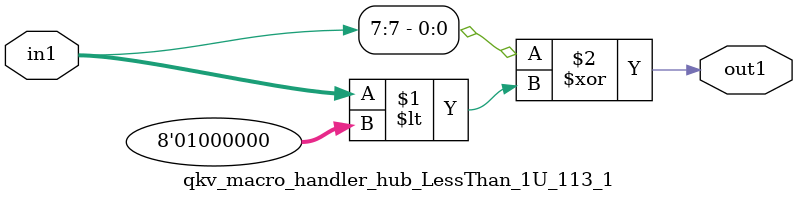
<source format=v>

`timescale 1ps / 1ps


module qkv_macro_handler_hub_LessThan_1U_113_1( in1, out1 );

    input [7:0] in1;
    output out1;

    
    // rtl_process:qkv_macro_handler_hub_LessThan_1U_113_1/qkv_macro_handler_hub_LessThan_1U_113_1_thread_1
    assign out1 = (in1[7] ^ in1 < 8'd064);

endmodule


</source>
